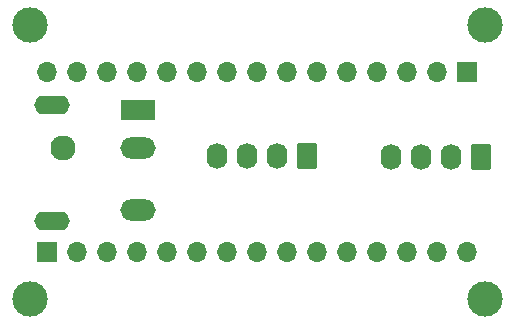
<source format=gbr>
%TF.GenerationSoftware,KiCad,Pcbnew,8.0.8*%
%TF.CreationDate,2025-01-27T11:14:47-08:00*%
%TF.ProjectId,nano-fan-5,6e616e6f-2d66-4616-9e2d-352e6b696361,rev?*%
%TF.SameCoordinates,Original*%
%TF.FileFunction,Soldermask,Bot*%
%TF.FilePolarity,Negative*%
%FSLAX46Y46*%
G04 Gerber Fmt 4.6, Leading zero omitted, Abs format (unit mm)*
G04 Created by KiCad (PCBNEW 8.0.8) date 2025-01-27 11:14:47*
%MOMM*%
%LPD*%
G01*
G04 APERTURE LIST*
G04 Aperture macros list*
%AMRoundRect*
0 Rectangle with rounded corners*
0 $1 Rounding radius*
0 $2 $3 $4 $5 $6 $7 $8 $9 X,Y pos of 4 corners*
0 Add a 4 corners polygon primitive as box body*
4,1,4,$2,$3,$4,$5,$6,$7,$8,$9,$2,$3,0*
0 Add four circle primitives for the rounded corners*
1,1,$1+$1,$2,$3*
1,1,$1+$1,$4,$5*
1,1,$1+$1,$6,$7*
1,1,$1+$1,$8,$9*
0 Add four rect primitives between the rounded corners*
20,1,$1+$1,$2,$3,$4,$5,0*
20,1,$1+$1,$4,$5,$6,$7,0*
20,1,$1+$1,$6,$7,$8,$9,0*
20,1,$1+$1,$8,$9,$2,$3,0*%
G04 Aperture macros list end*
%ADD10R,1.600000X1.600000*%
%ADD11O,1.600000X1.600000*%
%ADD12R,1.700000X1.700000*%
%ADD13O,1.700000X1.700000*%
%ADD14C,3.000000*%
%ADD15C,2.130000*%
%ADD16R,3.000000X1.800000*%
%ADD17O,3.000000X1.800000*%
%ADD18O,3.000000X1.600000*%
%ADD19RoundRect,0.250000X0.620000X0.845000X-0.620000X0.845000X-0.620000X-0.845000X0.620000X-0.845000X0*%
%ADD20O,1.740000X2.190000*%
G04 APERTURE END LIST*
D10*
%TO.C,A1*%
X104140000Y-89052400D03*
D11*
X106680000Y-89052400D03*
X109220000Y-89052400D03*
X111760000Y-89052400D03*
X114300000Y-89052400D03*
X116840000Y-89052400D03*
X119380000Y-89052400D03*
X121920000Y-89052400D03*
X124460000Y-89052400D03*
X127000000Y-89052400D03*
X129540000Y-89052400D03*
X132080000Y-89052400D03*
X134620000Y-89052400D03*
X137160000Y-89052400D03*
X139700000Y-89052400D03*
X139700000Y-73812400D03*
X137160000Y-73812400D03*
X134620000Y-73812400D03*
X132080000Y-73812400D03*
X129540000Y-73812400D03*
X127000000Y-73812400D03*
X124460000Y-73812400D03*
X121920000Y-73812400D03*
X119380000Y-73812400D03*
X116840000Y-73812400D03*
X114300000Y-73812400D03*
X111760000Y-73812400D03*
X109220000Y-73812400D03*
X106680000Y-73812400D03*
X104140000Y-73812400D03*
%TD*%
D12*
%TO.C,J2*%
X139700000Y-73812400D03*
D13*
X137160000Y-73812400D03*
X134620000Y-73812400D03*
X132080000Y-73812400D03*
X129540000Y-73812400D03*
X127000000Y-73812400D03*
X124460000Y-73812400D03*
X121920000Y-73812400D03*
X119380000Y-73812400D03*
X116840000Y-73812400D03*
X114300000Y-73812400D03*
X111760000Y-73812400D03*
X109220000Y-73812400D03*
X106680000Y-73812400D03*
X104140000Y-73812400D03*
%TD*%
D14*
%TO.C,REF\u002A\u002A*%
X141224000Y-93014800D03*
%TD*%
%TO.C,REF\u002A\u002A*%
X141224000Y-69850000D03*
%TD*%
D12*
%TO.C,J1*%
X104140000Y-89052400D03*
D13*
X106680000Y-89052400D03*
X109220000Y-89052400D03*
X111760000Y-89052400D03*
X114300000Y-89052400D03*
X116840000Y-89052400D03*
X119380000Y-89052400D03*
X121920000Y-89052400D03*
X124460000Y-89052400D03*
X127000000Y-89052400D03*
X129540000Y-89052400D03*
X132080000Y-89052400D03*
X134620000Y-89052400D03*
X137160000Y-89052400D03*
X139700000Y-89052400D03*
%TD*%
D14*
%TO.C,REF\u002A\u002A*%
X102666800Y-93014800D03*
%TD*%
%TO.C,REF\u002A\u002A*%
X102666800Y-69875400D03*
%TD*%
D15*
%TO.C,J3*%
X105491200Y-80245700D03*
D16*
X111791200Y-77045700D03*
D17*
X111791200Y-85545700D03*
X111791200Y-80245700D03*
D18*
X104491200Y-86445700D03*
X104491200Y-76645700D03*
%TD*%
D19*
%TO.C,M1*%
X126161800Y-80949800D03*
D20*
X123621800Y-80949800D03*
X121081800Y-80949800D03*
X118541800Y-80949800D03*
%TD*%
D19*
%TO.C,M2*%
X140893800Y-81051400D03*
D20*
X138353800Y-81051400D03*
X135813800Y-81051400D03*
X133273800Y-81051400D03*
%TD*%
M02*

</source>
